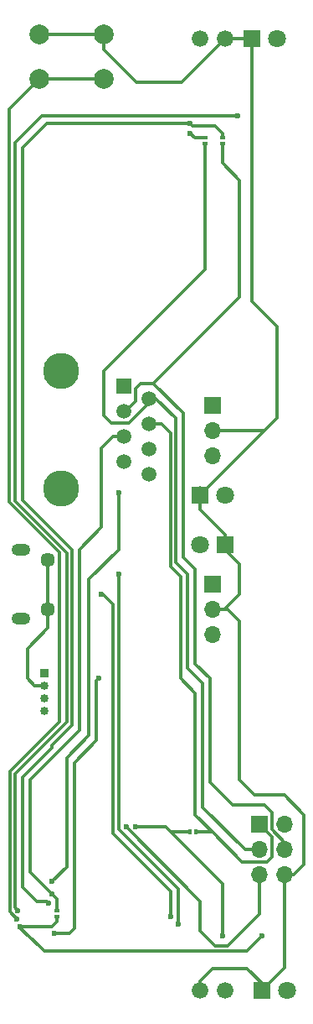
<source format=gbl>
G04 #@! TF.FileFunction,Copper,L2,Bot,Signal*
%FSLAX46Y46*%
G04 Gerber Fmt 4.6, Leading zero omitted, Abs format (unit mm)*
G04 Created by KiCad (PCBNEW 4.0.6) date 06/30/20 08:24:00*
%MOMM*%
%LPD*%
G01*
G04 APERTURE LIST*
%ADD10C,0.100000*%
%ADD11R,1.700000X1.700000*%
%ADD12O,1.700000X1.700000*%
%ADD13C,1.450000*%
%ADD14O,1.900000X1.200000*%
%ADD15R,0.850000X0.850000*%
%ADD16C,0.850000*%
%ADD17C,3.650000*%
%ADD18R,1.500000X1.500000*%
%ADD19C,1.500000*%
%ADD20C,2.000000*%
%ADD21C,1.676400*%
%ADD22R,1.800000X1.800000*%
%ADD23C,1.800000*%
%ADD24R,0.400000X0.600000*%
%ADD25R,0.600000X0.400000*%
%ADD26C,0.600000*%
%ADD27C,0.304800*%
G04 APERTURE END LIST*
D10*
D11*
X66024000Y-117469000D03*
D12*
X68564000Y-117469000D03*
X66024000Y-120009000D03*
X68564000Y-120009000D03*
X66024000Y-122549000D03*
X68564000Y-122549000D03*
D13*
X44624000Y-90719000D03*
X44624000Y-95719000D03*
D14*
X41924000Y-89719000D03*
X41924000Y-96719000D03*
D15*
X44274000Y-102219000D03*
D16*
X44274000Y-103469000D03*
X44274000Y-104719000D03*
X44274000Y-105969000D03*
D17*
X45924000Y-83599000D03*
X45924000Y-71729000D03*
D18*
X52274000Y-73219000D03*
D19*
X54814000Y-74489000D03*
X52274000Y-75759000D03*
X54814000Y-77029000D03*
X52274000Y-78299000D03*
X54814000Y-79569000D03*
X52274000Y-80839000D03*
X54814000Y-82109000D03*
D20*
X50274000Y-42219000D03*
X50274000Y-37719000D03*
X43774000Y-42219000D03*
X43774000Y-37719000D03*
D21*
X60004000Y-134219000D03*
X62544000Y-134219000D03*
X62544000Y-38219000D03*
X60004000Y-38219000D03*
D22*
X62524000Y-89219000D03*
D23*
X59984000Y-89219000D03*
D22*
X60024000Y-84219000D03*
D23*
X62564000Y-84219000D03*
D22*
X65274000Y-38219000D03*
D23*
X67814000Y-38219000D03*
D22*
X66274000Y-134219000D03*
D23*
X68814000Y-134219000D03*
D24*
X58974000Y-118219000D03*
X59574000Y-118219000D03*
D25*
X60524000Y-48169000D03*
X60524000Y-48769000D03*
X45524000Y-126769000D03*
X45524000Y-126169000D03*
X62274000Y-48169000D03*
X62274000Y-48769000D03*
D11*
X61274000Y-93219000D03*
D12*
X61274000Y-95759000D03*
X61274000Y-98299000D03*
D11*
X61274000Y-75219000D03*
D12*
X61274000Y-77759000D03*
X61274000Y-80299000D03*
D26*
X45024000Y-124469000D03*
X44674000Y-125369000D03*
X59024000Y-46719000D03*
X49774000Y-102719000D03*
X45274000Y-128469000D03*
X45024000Y-123219000D03*
X51774000Y-83969000D03*
X53474000Y-117719000D03*
X62274000Y-128719000D03*
X41474000Y-126969000D03*
X59024000Y-47719000D03*
X63774000Y-45969000D03*
X41574000Y-126119000D03*
X66274000Y-128719000D03*
X41774000Y-127719000D03*
X52524000Y-117719000D03*
X57024000Y-126719000D03*
X50024000Y-94219000D03*
X51774000Y-92219000D03*
X57774000Y-127469000D03*
D27*
X61274000Y-77759000D02*
X66484000Y-77759000D01*
X66484000Y-77759000D02*
X66524000Y-77719000D01*
X61274000Y-95759000D02*
X62814000Y-95759000D01*
X64024000Y-112969000D02*
X65524000Y-114469000D01*
X64024000Y-96969000D02*
X64024000Y-112969000D01*
X62814000Y-95759000D02*
X64024000Y-96969000D01*
X62524000Y-89219000D02*
X62524000Y-89719000D01*
X62524000Y-89719000D02*
X64024000Y-91219000D01*
X62484000Y-95759000D02*
X61274000Y-95759000D01*
X64024000Y-94219000D02*
X62484000Y-95759000D01*
X64024000Y-91219000D02*
X64024000Y-94219000D01*
X68524000Y-114469000D02*
X70524000Y-116469000D01*
X70524000Y-121469000D02*
X70524000Y-116469000D01*
X69444000Y-122549000D02*
X70524000Y-121469000D01*
X68564000Y-122549000D02*
X69444000Y-122549000D01*
X65524000Y-114469000D02*
X68524000Y-114469000D01*
X50274000Y-37719000D02*
X50274000Y-39319000D01*
X58144000Y-42619000D02*
X62544000Y-38219000D01*
X53574000Y-42619000D02*
X58144000Y-42619000D01*
X50274000Y-39319000D02*
X53574000Y-42619000D01*
X67774000Y-68469000D02*
X67774000Y-67219000D01*
X60024000Y-84219000D02*
X66524000Y-77719000D01*
X66524000Y-77719000D02*
X67774000Y-76469000D01*
X67774000Y-68469000D02*
X67774000Y-74719000D01*
X67774000Y-74719000D02*
X67774000Y-76469000D01*
X65274000Y-64719000D02*
X65274000Y-40469000D01*
X67774000Y-67219000D02*
X65274000Y-64719000D01*
X65274000Y-38219000D02*
X65274000Y-40469000D01*
X65274000Y-40469000D02*
X65274000Y-40719000D01*
X50274000Y-37719000D02*
X43774000Y-37719000D01*
X62544000Y-38219000D02*
X62524000Y-38219000D01*
X65274000Y-38219000D02*
X62544000Y-38219000D01*
X60024000Y-84219000D02*
X60024000Y-83469000D01*
X62524000Y-89219000D02*
X62524000Y-88219000D01*
X60024000Y-85719000D02*
X60024000Y-84219000D01*
X62524000Y-88219000D02*
X60024000Y-85719000D01*
X66274000Y-134219000D02*
X66274000Y-133469000D01*
X66274000Y-133469000D02*
X64774000Y-131969000D01*
X60004000Y-133239000D02*
X60004000Y-134219000D01*
X61274000Y-131969000D02*
X60004000Y-133239000D01*
X64774000Y-131969000D02*
X61274000Y-131969000D01*
X68564000Y-122549000D02*
X68564000Y-131929000D01*
X68564000Y-131929000D02*
X66274000Y-134219000D01*
X44624000Y-95719000D02*
X44624000Y-90719000D01*
X44624000Y-95719000D02*
X44624000Y-97619000D01*
X43274000Y-103469000D02*
X44274000Y-103469000D01*
X42524000Y-102719000D02*
X43274000Y-103469000D01*
X42524000Y-99719000D02*
X42524000Y-102719000D01*
X44624000Y-97619000D02*
X42524000Y-99719000D01*
X45524000Y-126169000D02*
X45524000Y-124969000D01*
X45524000Y-124969000D02*
X45024000Y-124469000D01*
X51194000Y-78299000D02*
X52274000Y-78299000D01*
X50024000Y-79469000D02*
X51194000Y-78299000D01*
X50024000Y-87469000D02*
X50024000Y-79469000D01*
X47774000Y-89719000D02*
X50024000Y-87469000D01*
X47774000Y-107969000D02*
X47774000Y-89719000D01*
X42774000Y-112969000D02*
X47774000Y-107969000D01*
X42774000Y-122219000D02*
X42774000Y-112969000D01*
X45024000Y-124469000D02*
X42774000Y-122219000D01*
X52274000Y-78299000D02*
X52274000Y-78419000D01*
X44674000Y-125369000D02*
X44524000Y-125219000D01*
X44524000Y-125219000D02*
X43474000Y-125219000D01*
X43474000Y-125219000D02*
X42024000Y-123769000D01*
X42024000Y-123769000D02*
X42024000Y-121969000D01*
X62274000Y-48169000D02*
X62274000Y-47719000D01*
X59274000Y-46969000D02*
X59024000Y-46719000D01*
X61524000Y-46969000D02*
X59274000Y-46969000D01*
X62274000Y-47719000D02*
X61524000Y-46969000D01*
X44524000Y-46719000D02*
X59024000Y-46719000D01*
X42024000Y-49219000D02*
X44524000Y-46719000D01*
X42024000Y-84719000D02*
X42024000Y-49219000D01*
X47028802Y-89723802D02*
X42024000Y-84719000D01*
X47028802Y-107464198D02*
X47028802Y-89723802D01*
X45024000Y-109469000D02*
X47028802Y-107464198D01*
X45024000Y-109719000D02*
X45024000Y-109469000D01*
X42024000Y-112719000D02*
X45024000Y-109719000D01*
X42024000Y-121969000D02*
X42024000Y-112719000D01*
X46774000Y-128469000D02*
X45274000Y-128469000D01*
X49774000Y-102719000D02*
X49524000Y-102969000D01*
X49524000Y-102969000D02*
X49524000Y-108969000D01*
X49524000Y-108969000D02*
X47274000Y-111219000D01*
X47274000Y-111219000D02*
X47274000Y-127969000D01*
X47274000Y-127969000D02*
X46774000Y-128469000D01*
X45024000Y-123219000D02*
X46524000Y-121719000D01*
X51774000Y-83969000D02*
X51774000Y-89719000D01*
X51774000Y-89719000D02*
X48774000Y-92719000D01*
X48774000Y-92719000D02*
X48774000Y-108469000D01*
X48774000Y-108469000D02*
X46524000Y-110719000D01*
X46524000Y-110719000D02*
X46524000Y-121719000D01*
X57024000Y-118219000D02*
X56524000Y-117719000D01*
X56524000Y-117719000D02*
X53474000Y-117719000D01*
X58974000Y-118219000D02*
X57024000Y-118219000D01*
X62274000Y-123469000D02*
X57024000Y-118219000D01*
X62274000Y-128719000D02*
X62274000Y-123469000D01*
X40774000Y-125719000D02*
X40774000Y-112119000D01*
X40774000Y-112119000D02*
X45774000Y-107119000D01*
X45774000Y-107119000D02*
X45774000Y-90019000D01*
X45774000Y-90019000D02*
X40674000Y-84919000D01*
X40674000Y-84919000D02*
X40674000Y-45319000D01*
X40674000Y-45319000D02*
X43774000Y-42219000D01*
X40774000Y-126269000D02*
X40774000Y-125719000D01*
X41474000Y-126969000D02*
X40774000Y-126269000D01*
X43774000Y-42219000D02*
X50274000Y-42219000D01*
X59474000Y-48169000D02*
X59024000Y-47719000D01*
X59474000Y-48169000D02*
X60524000Y-48169000D01*
X44024000Y-45969000D02*
X63024000Y-45969000D01*
X41274000Y-48719000D02*
X44024000Y-45969000D01*
X41274000Y-84805102D02*
X41274000Y-48719000D01*
X46524000Y-90055102D02*
X41274000Y-84805102D01*
X46524000Y-107082898D02*
X46524000Y-90055102D01*
X41278802Y-112328096D02*
X46524000Y-107082898D01*
X41278802Y-125223802D02*
X41278802Y-112328096D01*
X63024000Y-45969000D02*
X63774000Y-45969000D01*
X41278802Y-125823802D02*
X41278802Y-125223802D01*
X41574000Y-126119000D02*
X41278802Y-125823802D01*
X57524000Y-90719000D02*
X57524000Y-90973802D01*
X64564000Y-120009000D02*
X60274000Y-115719000D01*
X57524000Y-90719000D02*
X57524000Y-76469000D01*
X55544000Y-74489000D02*
X57524000Y-76469000D01*
X64564000Y-120009000D02*
X66024000Y-120009000D01*
X60274000Y-103219000D02*
X60274000Y-115719000D01*
X58774000Y-101719000D02*
X60274000Y-103219000D01*
X58774000Y-92223802D02*
X58774000Y-101719000D01*
X57524000Y-90973802D02*
X58774000Y-92223802D01*
X54814000Y-74489000D02*
X54814000Y-74929000D01*
X54814000Y-74929000D02*
X52774000Y-76969000D01*
X60524000Y-61469000D02*
X60524000Y-48769000D01*
X50274000Y-71719000D02*
X60524000Y-61469000D01*
X50274000Y-76219000D02*
X50274000Y-71719000D01*
X51024000Y-76969000D02*
X50274000Y-76219000D01*
X52774000Y-76969000D02*
X51024000Y-76969000D01*
X55544000Y-74489000D02*
X54814000Y-74489000D01*
X58274000Y-90005102D02*
X58274000Y-90469000D01*
X63274000Y-115469000D02*
X66524000Y-115469000D01*
X61024000Y-113219000D02*
X63274000Y-115469000D01*
X66524000Y-115469000D02*
X67274000Y-116219000D01*
X67274000Y-116219000D02*
X67274000Y-117969000D01*
X68564000Y-119259000D02*
X67274000Y-117969000D01*
X58274000Y-75969000D02*
X58274000Y-90005102D01*
X58274000Y-75969000D02*
X55274000Y-72969000D01*
X61024000Y-102719000D02*
X61024000Y-113219000D01*
X59524000Y-101219000D02*
X61024000Y-102719000D01*
X59524000Y-91719000D02*
X59524000Y-101219000D01*
X58274000Y-90469000D02*
X59524000Y-91719000D01*
X54024000Y-72969000D02*
X55274000Y-72969000D01*
X53524000Y-73469000D02*
X54024000Y-72969000D01*
X53524000Y-74719000D02*
X53524000Y-73469000D01*
X52484000Y-75759000D02*
X53524000Y-74719000D01*
X55274000Y-72969000D02*
X64024000Y-64219000D01*
X64024000Y-64219000D02*
X64024000Y-52469000D01*
X64024000Y-52469000D02*
X62274000Y-50719000D01*
X62274000Y-50719000D02*
X62274000Y-48769000D01*
X52274000Y-75759000D02*
X52484000Y-75759000D01*
X68564000Y-119259000D02*
X68564000Y-120009000D01*
X57019198Y-91464198D02*
X58024000Y-92469000D01*
X56079198Y-77029000D02*
X57019198Y-77969000D01*
X57019198Y-77969000D02*
X57019198Y-91464198D01*
X61274000Y-118219000D02*
X59524000Y-116469000D01*
X56079198Y-77029000D02*
X54814000Y-77029000D01*
X59524000Y-104219000D02*
X59524000Y-116469000D01*
X58024000Y-102719000D02*
X59524000Y-104219000D01*
X58024000Y-96973802D02*
X58024000Y-102719000D01*
X58024000Y-92469000D02*
X58024000Y-96973802D01*
X59574000Y-118219000D02*
X61274000Y-118219000D01*
X67274000Y-118719000D02*
X66024000Y-117469000D01*
X67274000Y-120719000D02*
X67274000Y-118719000D01*
X66774000Y-121219000D02*
X67274000Y-120719000D01*
X64274000Y-121219000D02*
X66774000Y-121219000D01*
X61274000Y-118219000D02*
X64274000Y-121219000D01*
X54814000Y-77029000D02*
X54784000Y-77029000D01*
X59024000Y-130219000D02*
X44274000Y-130219000D01*
X66274000Y-128719000D02*
X64774000Y-130219000D01*
X64774000Y-130219000D02*
X59024000Y-130219000D01*
X41774000Y-127969000D02*
X41774000Y-127719000D01*
X43774000Y-129719000D02*
X41774000Y-127969000D01*
X44274000Y-130219000D02*
X43774000Y-129719000D01*
X41774000Y-127719000D02*
X45024000Y-127719000D01*
X45524000Y-127219000D02*
X45524000Y-126769000D01*
X45024000Y-127719000D02*
X45524000Y-127219000D01*
X60774000Y-128969000D02*
X60778802Y-128969000D01*
X60024000Y-125219000D02*
X60024000Y-128219000D01*
X60024000Y-128219000D02*
X60774000Y-128969000D01*
X52524000Y-117719000D02*
X60024000Y-125219000D01*
X66024000Y-126469000D02*
X66024000Y-122549000D01*
X62778802Y-129714198D02*
X66024000Y-126469000D01*
X61524000Y-129714198D02*
X62778802Y-129714198D01*
X60778802Y-128969000D02*
X61524000Y-129714198D01*
X50024000Y-94219000D02*
X50174000Y-94219000D01*
X51174000Y-95219000D02*
X51174000Y-118369000D01*
X50174000Y-94219000D02*
X51174000Y-95219000D01*
X51274000Y-118469000D02*
X57024000Y-124219000D01*
X57024000Y-124219000D02*
X57024000Y-126719000D01*
X57774000Y-127469000D02*
X57774000Y-123919000D01*
X51774000Y-117919000D02*
X51774000Y-92219000D01*
X57774000Y-123919000D02*
X51774000Y-117919000D01*
M02*

</source>
